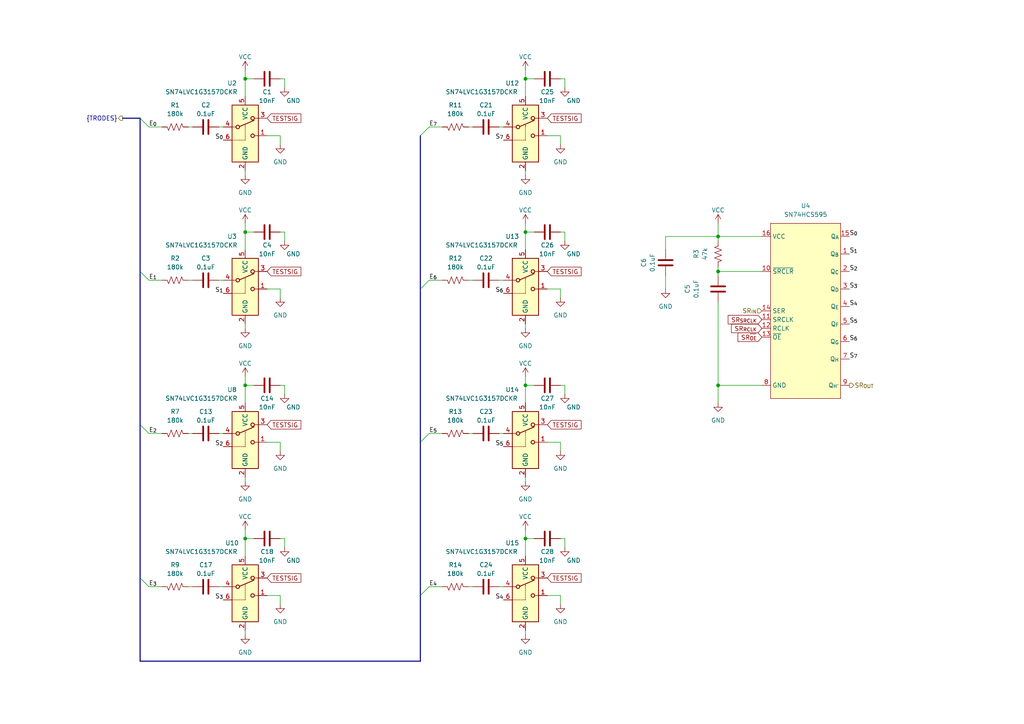
<source format=kicad_sch>
(kicad_sch (version 20230121) (generator eeschema)
  (paper "A4")
  (title_block (title "Extracellular Electrophysiology Test Board") (rev "A") (company "Open Ephys, Inc") (comment 1 "Jonathan P. Newman"))
  (junction (at 208.28 111.76))
  (junction (at 152.4 156.21))
  (junction (at 71.12 156.21))
  (junction (at 208.28 78.74))
  (junction (at 71.12 22.86))
  (junction (at 152.4 22.86))
  (junction (at 152.4 111.76))
  (junction (at 71.12 67.31))
  (junction (at 152.4 67.31))
  (junction (at 71.12 111.76))
  (junction (at 208.28 68.58))
  (bus_entry (at 121.92 83.82) (size 2.54 -2.54))
  (bus_entry (at 40.64 123.19) (size 2.54 2.54))
  (bus_entry (at 40.64 34.29) (size 2.54 2.54))
  (bus_entry (at 40.64 167.64) (size 2.54 2.54))
  (bus_entry (at 121.92 128.27) (size 2.54 -2.54))
  (bus_entry (at 121.92 172.72) (size 2.54 -2.54))
  (bus_entry (at 40.64 78.74) (size 2.54 2.54))
  (bus_entry (at 121.92 39.37) (size 2.54 -2.54))
  (wire (pts (xy 55.88 125.73) (xy 54.61 125.73)))
  (wire (pts (xy 146.05 36.83) (xy 144.78 36.83)))
  (wire (pts (xy 152.4 109.22) (xy 152.4 111.76)))
  (wire (pts (xy 152.4 95.25) (xy 152.4 93.98)))
  (bus (pts (xy 121.92 83.82) (xy 121.92 128.27)))
  (bus (pts (xy 121.92 39.37) (xy 121.92 83.82)))
  (wire (pts (xy 163.83 22.86) (xy 163.83 25.4)))
  (wire (pts (xy 152.4 67.31) (xy 152.4 72.39)))
  (wire (pts (xy 55.88 36.83) (xy 54.61 36.83)))
  (wire (pts (xy 162.56 156.21) (xy 163.83 156.21)))
  (wire (pts (xy 71.12 67.31) (xy 71.12 72.39)))
  (wire (pts (xy 208.28 68.58) (xy 208.28 69.85)))
  (wire (pts (xy 82.55 67.31) (xy 82.55 69.85)))
  (wire (pts (xy 64.77 36.83) (xy 63.5 36.83)))
  (wire (pts (xy 152.4 139.7) (xy 152.4 138.43)))
  (wire (pts (xy 208.28 78.74) (xy 220.98 78.74)))
  (wire (pts (xy 208.28 78.74) (xy 208.28 80.01)))
  (wire (pts (xy 162.56 83.82) (xy 158.75 83.82)))
  (wire (pts (xy 152.4 67.31) (xy 154.94 67.31)))
  (wire (pts (xy 43.18 81.28) (xy 46.99 81.28)))
  (wire (pts (xy 124.46 36.83) (xy 128.27 36.83)))
  (wire (pts (xy 71.12 156.21) (xy 71.12 161.29)))
  (wire (pts (xy 162.56 172.72) (xy 158.75 172.72)))
  (wire (pts (xy 81.28 67.31) (xy 82.55 67.31)))
  (wire (pts (xy 43.18 170.18) (xy 46.99 170.18)))
  (wire (pts (xy 71.12 50.8) (xy 71.12 49.53)))
  (wire (pts (xy 82.55 156.21) (xy 82.55 158.75)))
  (wire (pts (xy 64.77 81.28) (xy 63.5 81.28)))
  (wire (pts (xy 152.4 64.77) (xy 152.4 67.31)))
  (wire (pts (xy 81.28 83.82) (xy 77.47 83.82)))
  (bus (pts (xy 40.64 167.64) (xy 40.64 191.77)))
  (wire (pts (xy 82.55 22.86) (xy 82.55 25.4)))
  (wire (pts (xy 71.12 139.7) (xy 71.12 138.43)))
  (wire (pts (xy 137.16 125.73) (xy 135.89 125.73)))
  (wire (pts (xy 71.12 109.22) (xy 71.12 111.76)))
  (bus (pts (xy 121.92 128.27) (xy 121.92 172.72)))
  (wire (pts (xy 163.83 67.31) (xy 163.83 69.85)))
  (wire (pts (xy 71.12 67.31) (xy 73.66 67.31)))
  (wire (pts (xy 162.56 86.36) (xy 162.56 83.82)))
  (wire (pts (xy 162.56 128.27) (xy 158.75 128.27)))
  (wire (pts (xy 152.4 184.15) (xy 152.4 182.88)))
  (wire (pts (xy 82.55 111.76) (xy 82.55 114.3)))
  (wire (pts (xy 162.56 67.31) (xy 163.83 67.31)))
  (wire (pts (xy 152.4 111.76) (xy 152.4 116.84)))
  (wire (pts (xy 43.18 36.83) (xy 46.99 36.83)))
  (wire (pts (xy 220.98 68.58) (xy 208.28 68.58)))
  (wire (pts (xy 81.28 86.36) (xy 81.28 83.82)))
  (wire (pts (xy 162.56 22.86) (xy 163.83 22.86)))
  (wire (pts (xy 163.83 111.76) (xy 163.83 114.3)))
  (wire (pts (xy 81.28 130.81) (xy 81.28 128.27)))
  (wire (pts (xy 55.88 81.28) (xy 54.61 81.28)))
  (wire (pts (xy 71.12 95.25) (xy 71.12 93.98)))
  (wire (pts (xy 137.16 170.18) (xy 135.89 170.18)))
  (wire (pts (xy 124.46 125.73) (xy 128.27 125.73)))
  (wire (pts (xy 64.77 170.18) (xy 63.5 170.18)))
  (wire (pts (xy 81.28 41.91) (xy 81.28 39.37)))
  (wire (pts (xy 71.12 111.76) (xy 73.66 111.76)))
  (wire (pts (xy 152.4 22.86) (xy 152.4 27.94)))
  (wire (pts (xy 71.12 184.15) (xy 71.12 182.88)))
  (wire (pts (xy 81.28 175.26) (xy 81.28 172.72)))
  (wire (pts (xy 163.83 156.21) (xy 163.83 158.75)))
  (wire (pts (xy 137.16 36.83) (xy 135.89 36.83)))
  (wire (pts (xy 152.4 22.86) (xy 154.94 22.86)))
  (wire (pts (xy 71.12 20.32) (xy 71.12 22.86)))
  (wire (pts (xy 137.16 81.28) (xy 135.89 81.28)))
  (wire (pts (xy 81.28 111.76) (xy 82.55 111.76)))
  (wire (pts (xy 208.28 111.76) (xy 220.98 111.76)))
  (bus (pts (xy 40.64 78.74) (xy 40.64 123.19)))
  (wire (pts (xy 146.05 170.18) (xy 144.78 170.18)))
  (wire (pts (xy 55.88 170.18) (xy 54.61 170.18)))
  (wire (pts (xy 152.4 111.76) (xy 154.94 111.76)))
  (wire (pts (xy 43.18 125.73) (xy 46.99 125.73)))
  (wire (pts (xy 152.4 50.8) (xy 152.4 49.53)))
  (wire (pts (xy 193.04 80.01) (xy 193.04 83.82)))
  (bus (pts (xy 40.64 34.29) (xy 40.64 78.74)))
  (wire (pts (xy 81.28 22.86) (xy 82.55 22.86)))
  (wire (pts (xy 71.12 22.86) (xy 71.12 27.94)))
  (bus (pts (xy 40.64 123.19) (xy 40.64 167.64)))
  (wire (pts (xy 64.77 125.73) (xy 63.5 125.73)))
  (wire (pts (xy 152.4 156.21) (xy 152.4 161.29)))
  (wire (pts (xy 71.12 64.77) (xy 71.12 67.31)))
  (bus (pts (xy 35.56 34.29) (xy 40.64 34.29)))
  (bus (pts (xy 40.64 191.77) (xy 121.92 191.77)))
  (wire (pts (xy 193.04 68.58) (xy 193.04 72.39)))
  (wire (pts (xy 208.28 77.47) (xy 208.28 78.74)))
  (wire (pts (xy 71.12 156.21) (xy 73.66 156.21)))
  (wire (pts (xy 162.56 41.91) (xy 162.56 39.37)))
  (wire (pts (xy 208.28 87.63) (xy 208.28 111.76)))
  (wire (pts (xy 152.4 153.67) (xy 152.4 156.21)))
  (wire (pts (xy 162.56 130.81) (xy 162.56 128.27)))
  (wire (pts (xy 162.56 39.37) (xy 158.75 39.37)))
  (bus (pts (xy 121.92 172.72) (xy 121.92 191.77)))
  (wire (pts (xy 71.12 22.86) (xy 73.66 22.86)))
  (wire (pts (xy 146.05 125.73) (xy 144.78 125.73)))
  (wire (pts (xy 208.28 111.76) (xy 208.28 116.84)))
  (wire (pts (xy 71.12 111.76) (xy 71.12 116.84)))
  (wire (pts (xy 124.46 170.18) (xy 128.27 170.18)))
  (wire (pts (xy 208.28 68.58) (xy 193.04 68.58)))
  (wire (pts (xy 81.28 172.72) (xy 77.47 172.72)))
  (wire (pts (xy 71.12 153.67) (xy 71.12 156.21)))
  (wire (pts (xy 152.4 20.32) (xy 152.4 22.86)))
  (wire (pts (xy 124.46 81.28) (xy 128.27 81.28)))
  (wire (pts (xy 81.28 39.37) (xy 77.47 39.37)))
  (wire (pts (xy 81.28 156.21) (xy 82.55 156.21)))
  (wire (pts (xy 162.56 111.76) (xy 163.83 111.76)))
  (wire (pts (xy 152.4 156.21) (xy 154.94 156.21)))
  (wire (pts (xy 146.05 81.28) (xy 144.78 81.28)))
  (wire (pts (xy 162.56 175.26) (xy 162.56 172.72)))
  (wire (pts (xy 208.28 64.77) (xy 208.28 68.58)))
  (wire (pts (xy 81.28 128.27) (xy 77.47 128.27)))
  (label "S_{4}" (at 246.38 88.9 0))
  (label "S_{0}" (at 246.38 68.58 0))
  (label "E_{1}" (at 43.18 81.28 0))
  (label "E_{5}" (at 124.46 125.73 0))
  (label "E_{4}" (at 124.46 170.18 0))
  (label "S_{0}" (at 64.77 40.64 180))
  (label "S_{2}" (at 64.77 129.54 180))
  (label "S_{4}" (at 146.05 173.99 180))
  (label "S_{7}" (at 146.05 40.64 180))
  (label "E_{3}" (at 43.18 170.18 0))
  (label "S_{5}" (at 246.38 93.98 0))
  (label "S_{3}" (at 246.38 83.82 0))
  (label "E_{7}" (at 124.46 36.83 0))
  (label "E_{2}" (at 43.18 125.73 0))
  (label "S_{5}" (at 146.05 129.54 180))
  (label "E_{6}" (at 124.46 81.28 0))
  (label "S_{2}" (at 246.38 78.74 0))
  (label "S_{7}" (at 246.38 104.14 0))
  (label "S_{6}" (at 246.38 99.06 0))
  (label "S_{3}" (at 64.77 173.99 180))
  (label "S_{6}" (at 146.05 85.09 180))
  (label "S_{1}" (at 246.38 73.66 0))
  (label "E_{0}" (at 43.18 36.83 0))
  (label "S_{1}" (at 64.77 85.09 180))
  (global_label "TESTSIG" (shape input) (at 158.75 123.19 0) (property "Intersheetrefs" "${INTERSHEET_REFS}" (effects hide)))
  (global_label "TESTSIG" (shape input) (at 77.47 167.64 0) (property "Intersheetrefs" "${INTERSHEET_REFS}" (effects hide)))
  (global_label "TESTSIG" (shape input) (at 77.47 78.74 0) (property "Intersheetrefs" "${INTERSHEET_REFS}" (effects hide)))
  (global_label "SR_{SRCLK}" (shape input) (at 220.98 92.71 180) (property "Intersheetrefs" "${INTERSHEET_REFS}" (effects hide)))
  (global_label "TESTSIG" (shape input) (at 77.47 123.19 0) (property "Intersheetrefs" "${INTERSHEET_REFS}" (effects hide)))
  (global_label "TESTSIG" (shape input) (at 158.75 78.74 0) (property "Intersheetrefs" "${INTERSHEET_REFS}" (effects hide)))
  (global_label "TESTSIG" (shape input) (at 158.75 167.64 0) (property "Intersheetrefs" "${INTERSHEET_REFS}" (effects hide)))
  (global_label "SR_{~{OE}}" (shape input) (at 220.98 97.79 180) (property "Intersheetrefs" "${INTERSHEET_REFS}" (effects hide)))
  (global_label "TESTSIG" (shape input) (at 158.75 34.29 0) (property "Intersheetrefs" "${INTERSHEET_REFS}" (effects hide)))
  (global_label "TESTSIG" (shape input) (at 77.47 34.29 0) (property "Intersheetrefs" "${INTERSHEET_REFS}" (effects hide)))
  (global_label "SR_{RCLK}" (shape input) (at 220.98 95.25 180) (property "Intersheetrefs" "${INTERSHEET_REFS}" (effects hide)))
  (hierarchical_label "SR_{IN}" (shape input) (at 220.98 90.17 180))
  (hierarchical_label "{TRODES}" (shape output) (at 35.56 34.29 180))
  (hierarchical_label "SR_{OUT}" (shape output) (at 246.38 111.76 0))
  (symbol (lib_id "power:VCC") (at 152.4 109.22 0) (mirror y) (unit 1)
    (property "Reference" "#PWR043" (effects hide))
    (property "Value" "VCC" (at 152.4 105.41 0))
    (instances (project "singal-path-test-board" (path "" (reference "#PWR043") (unit 1)) (path "" (reference "#PWR056") (unit 1)) (path "" (reference "#PWR091") (unit 1)) (path "" (reference "#PWR0126") (unit 1)) (path "" (reference "#PWR0161") (unit 1)) (path "" (reference "#PWR0196") (unit 1)) (path "" (reference "#PWR0231") (unit 1)) (path "" (reference "#PWR0266") (unit 1)) (path "" (reference "#PWR0301") (unit 1)) (path "" (reference "#PWR0336") (unit 1)) (path "" (reference "#PWR0371") (unit 1)) (path "" (reference "#PWR0406") (unit 1)) (path "" (reference "#PWR0441") (unit 1)) (path "" (reference "#PWR0476") (unit 1)) (path "" (reference "#PWR0511") (unit 1)) (path "" (reference "#PWR0546") (unit 1))))
  )
  (symbol (lib_id "power:VCC") (at 71.12 153.67 0) (mirror y) (unit 1)
    (property "Reference" "#PWR031" (effects hide))
    (property "Value" "VCC" (at 71.12 149.86 0))
    (instances (project "singal-path-test-board" (path "" (reference "#PWR031") (unit 1)) (path "" (reference "#PWR018") (unit 1)) (path "" (reference "#PWR077") (unit 1)) (path "" (reference "#PWR0112") (unit 1)) (path "" (reference "#PWR0147") (unit 1)) (path "" (reference "#PWR0182") (unit 1)) (path "" (reference "#PWR0217") (unit 1)) (path "" (reference "#PWR0252") (unit 1)) (path "" (reference "#PWR0287") (unit 1)) (path "" (reference "#PWR0322") (unit 1)) (path "" (reference "#PWR0357") (unit 1)) (path "" (reference "#PWR0392") (unit 1)) (path "" (reference "#PWR0427") (unit 1)) (path "" (reference "#PWR0462") (unit 1)) (path "" (reference "#PWR0497") (unit 1)) (path "" (reference "#PWR0532") (unit 1))))
  )
  (symbol (lib_id "Device:R_US") (at 132.08 125.73 270) (mirror x) (unit 1)
    (property "Reference" "R13" (at 132.08 119.38 90))
    (property "Value" "180k" (at 132.08 121.92 90))
    (instances (project "singal-path-test-board" (path "" (reference "R13") (unit 1)) (path "" (reference "R16") (unit 1)) (path "" (reference "R25") (unit 1)) (path "" (reference "R34") (unit 1)) (path "" (reference "R43") (unit 1)) (path "" (reference "R52") (unit 1)) (path "" (reference "R61") (unit 1)) (path "" (reference "R70") (unit 1)) (path "" (reference "R79") (unit 1)) (path "" (reference "R88") (unit 1)) (path "" (reference "R97") (unit 1)) (path "" (reference "R106") (unit 1)) (path "" (reference "R115") (unit 1)) (path "" (reference "R124") (unit 1)) (path "" (reference "R133") (unit 1)) (path "" (reference "R142") (unit 1))))
  )
  (symbol (lib_id "power:GND") (at 208.28 116.84 0) (mirror y) (unit 1)
    (property "Reference" "#PWR09" (effects hide))
    (property "Value" "GND" (at 208.28 121.92 0))
    (instances (project "singal-path-test-board" (path "" (reference "#PWR09") (unit 1)) (path "" (reference "#PWR070") (unit 1)) (path "" (reference "#PWR0105") (unit 1)) (path "" (reference "#PWR0140") (unit 1)) (path "" (reference "#PWR0175") (unit 1)) (path "" (reference "#PWR0210") (unit 1)) (path "" (reference "#PWR0245") (unit 1)) (path "" (reference "#PWR0280") (unit 1)) (path "" (reference "#PWR0315") (unit 1)) (path "" (reference "#PWR0350") (unit 1)) (path "" (reference "#PWR0385") (unit 1)) (path "" (reference "#PWR0420") (unit 1)) (path "" (reference "#PWR0455") (unit 1)) (path "" (reference "#PWR0490") (unit 1)) (path "" (reference "#PWR0525") (unit 1)) (path "" (reference "#PWR0560") (unit 1))))
  )
  (symbol (lib_id "power:GND") (at 81.28 41.91 0) (mirror y) (unit 1)
    (property "Reference" "#PWR01" (effects hide))
    (property "Value" "GND" (at 81.28 46.99 0))
    (instances (project "singal-path-test-board" (path "" (reference "#PWR01") (unit 1)) (path "" (reference "#PWR020") (unit 1)) (path "" (reference "#PWR079") (unit 1)) (path "" (reference "#PWR0114") (unit 1)) (path "" (reference "#PWR0149") (unit 1)) (path "" (reference "#PWR0184") (unit 1)) (path "" (reference "#PWR0219") (unit 1)) (path "" (reference "#PWR0254") (unit 1)) (path "" (reference "#PWR0289") (unit 1)) (path "" (reference "#PWR0324") (unit 1)) (path "" (reference "#PWR0359") (unit 1)) (path "" (reference "#PWR0394") (unit 1)) (path "" (reference "#PWR0429") (unit 1)) (path "" (reference "#PWR0464") (unit 1)) (path "" (reference "#PWR0499") (unit 1)) (path "" (reference "#PWR0534") (unit 1))))
  )
  (symbol (lib_id "open-ephys:SN74LVC1G3157DCKR") (at 152.4 127 0) (unit 1)
    (property "Reference" "U14" (at 148.59 113.03 0))
    (property "Value" "SN74LVC1G3157DCKR" (at 139.7 115.57 0))
    (property "Footprint" "Package_TO_SOT_SMD:SOT-363_SC-70-6" (effects hide))
    (property "Datasheet" "https://www.ti.com/lit/ds/symlink/sn74lvc1g3157.pdf?HQS=dis-dk-null-digikeymode-dsf-pf-null-wwe&ts=1702261952416&ref_url=https%253A%252F%252Fwww.ti.com%252Fgeneral%252Fdocs%252Fsuppproductinfo.tsp%253FdistId%253D10%2526gotoUrl%253Dhttps%253A%252F%252Fwww.ti.com%252Flit%252Fgpn%252Fsn74lvc1g3157" (effects hide))
    (instances (project "singal-path-test-board" (path "" (reference "U14") (unit 1)) (path "" (reference "U17") (unit 1)) (path "" (reference "U26") (unit 1)) (path "" (reference "U35") (unit 1)) (path "" (reference "U44") (unit 1)) (path "" (reference "U53") (unit 1)) (path "" (reference "U62") (unit 1)) (path "" (reference "U71") (unit 1)) (path "" (reference "U80") (unit 1)) (path "" (reference "U89") (unit 1)) (path "" (reference "U98") (unit 1)) (path "" (reference "U107") (unit 1)) (path "" (reference "U116") (unit 1)) (path "" (reference "U125") (unit 1)) (path "" (reference "U134") (unit 1)) (path "" (reference "U143") (unit 1))))
  )
  (symbol (lib_id "Device:C") (at 77.47 22.86 90) (unit 1)
    (property "Reference" "C1" (at 77.47 26.67 90))
    (property "Value" "10nF" (at 77.47 29.21 90))
    (property "Footprint" "Capacitor_SMD:C_0402_1005Metric" (effects hide))
    (instances (project "singal-path-test-board" (path "" (reference "C1") (unit 1)) (path "" (reference "C11") (unit 1)) (path "" (reference "C41") (unit 1)) (path "" (reference "C59") (unit 1)) (path "" (reference "C77") (unit 1)) (path "" (reference "C95") (unit 1)) (path "" (reference "C113") (unit 1)) (path "" (reference "C131") (unit 1)) (path "" (reference "C149") (unit 1)) (path "" (reference "C167") (unit 1)) (path "" (reference "C185") (unit 1)) (path "" (reference "C203") (unit 1)) (path "" (reference "C221") (unit 1)) (path "" (reference "C239") (unit 1)) (path "" (reference "C257") (unit 1)) (path "" (reference "C275") (unit 1))))
  )
  (symbol (lib_id "Device:C") (at 140.97 81.28 270) (mirror x) (unit 1)
    (property "Reference" "C22" (at 140.97 74.93 90))
    (property "Value" "0.1uF" (at 140.97 77.47 90))
    (property "Footprint" "Capacitor_SMD:C_0402_1005Metric" (effects hide))
    (instances (project "singal-path-test-board" (path "" (reference "C22") (unit 1)) (path "" (reference "C20") (unit 1)) (path "" (reference "C46") (unit 1)) (path "" (reference "C64") (unit 1)) (path "" (reference "C82") (unit 1)) (path "" (reference "C100") (unit 1)) (path "" (reference "C118") (unit 1)) (path "" (reference "C136") (unit 1)) (path "" (reference "C154") (unit 1)) (path "" (reference "C172") (unit 1)) (path "" (reference "C190") (unit 1)) (path "" (reference "C208") (unit 1)) (path "" (reference "C226") (unit 1)) (path "" (reference "C244") (unit 1)) (path "" (reference "C262") (unit 1)) (path "" (reference "C280") (unit 1))))
  )
  (symbol (lib_id "power:VCC") (at 152.4 153.67 0) (mirror y) (unit 1)
    (property "Reference" "#PWR045" (effects hide))
    (property "Value" "VCC" (at 152.4 149.86 0))
    (instances (project "singal-path-test-board" (path "" (reference "#PWR045") (unit 1)) (path "" (reference "#PWR058") (unit 1)) (path "" (reference "#PWR093") (unit 1)) (path "" (reference "#PWR0128") (unit 1)) (path "" (reference "#PWR0163") (unit 1)) (path "" (reference "#PWR0198") (unit 1)) (path "" (reference "#PWR0233") (unit 1)) (path "" (reference "#PWR0268") (unit 1)) (path "" (reference "#PWR0303") (unit 1)) (path "" (reference "#PWR0338") (unit 1)) (path "" (reference "#PWR0373") (unit 1)) (path "" (reference "#PWR0408") (unit 1)) (path "" (reference "#PWR0443") (unit 1)) (path "" (reference "#PWR0478") (unit 1)) (path "" (reference "#PWR0513") (unit 1)) (path "" (reference "#PWR0548") (unit 1))))
  )
  (symbol (lib_id "Device:C") (at 193.04 76.2 0) (mirror y) (unit 1)
    (property "Reference" "C6" (at 186.69 76.2 90))
    (property "Value" "0.1uF" (at 189.23 76.2 90))
    (property "Footprint" "Capacitor_SMD:C_0402_1005Metric" (effects hide))
    (instances (project "singal-path-test-board" (path "" (reference "C6") (unit 1)) (path "" (reference "C35") (unit 1)) (path "" (reference "C53") (unit 1)) (path "" (reference "C71") (unit 1)) (path "" (reference "C89") (unit 1)) (path "" (reference "C107") (unit 1)) (path "" (reference "C125") (unit 1)) (path "" (reference "C143") (unit 1)) (path "" (reference "C161") (unit 1)) (path "" (reference "C179") (unit 1)) (path "" (reference "C197") (unit 1)) (path "" (reference "C215") (unit 1)) (path "" (reference "C233") (unit 1)) (path "" (reference "C251") (unit 1)) (path "" (reference "C269") (unit 1)) (path "" (reference "C287") (unit 1))))
  )
  (symbol (lib_id "Device:C") (at 77.47 111.76 90) (unit 1)
    (property "Reference" "C14" (at 77.47 115.57 90))
    (property "Value" "10nF" (at 77.47 118.11 90))
    (property "Footprint" "Capacitor_SMD:C_0402_1005Metric" (effects hide))
    (instances (project "singal-path-test-board" (path "" (reference "C14") (unit 1)) (path "" (reference "C15") (unit 1)) (path "" (reference "C43") (unit 1)) (path "" (reference "C61") (unit 1)) (path "" (reference "C79") (unit 1)) (path "" (reference "C97") (unit 1)) (path "" (reference "C115") (unit 1)) (path "" (reference "C133") (unit 1)) (path "" (reference "C151") (unit 1)) (path "" (reference "C169") (unit 1)) (path "" (reference "C187") (unit 1)) (path "" (reference "C205") (unit 1)) (path "" (reference "C223") (unit 1)) (path "" (reference "C241") (unit 1)) (path "" (reference "C259") (unit 1)) (path "" (reference "C277") (unit 1))))
  )
  (symbol (lib_id "power:GND") (at 162.56 41.91 0) (mirror y) (unit 1)
    (property "Reference" "#PWR047" (effects hide))
    (property "Value" "GND" (at 162.56 46.99 0))
    (instances (project "singal-path-test-board" (path "" (reference "#PWR047") (unit 1)) (path "" (reference "#PWR060") (unit 1)) (path "" (reference "#PWR095") (unit 1)) (path "" (reference "#PWR0130") (unit 1)) (path "" (reference "#PWR0165") (unit 1)) (path "" (reference "#PWR0200") (unit 1)) (path "" (reference "#PWR0235") (unit 1)) (path "" (reference "#PWR0270") (unit 1)) (path "" (reference "#PWR0305") (unit 1)) (path "" (reference "#PWR0340") (unit 1)) (path "" (reference "#PWR0375") (unit 1)) (path "" (reference "#PWR0410") (unit 1)) (path "" (reference "#PWR0445") (unit 1)) (path "" (reference "#PWR0480") (unit 1)) (path "" (reference "#PWR0515") (unit 1)) (path "" (reference "#PWR0550") (unit 1))))
  )
  (symbol (lib_id "power:GND") (at 193.04 83.82 0) (mirror y) (unit 1)
    (property "Reference" "#PWR011" (effects hide))
    (property "Value" "GND" (at 193.04 88.9 0))
    (instances (project "singal-path-test-board" (path "" (reference "#PWR011") (unit 1)) (path "" (reference "#PWR068") (unit 1)) (path "" (reference "#PWR0103") (unit 1)) (path "" (reference "#PWR0138") (unit 1)) (path "" (reference "#PWR0173") (unit 1)) (path "" (reference "#PWR0208") (unit 1)) (path "" (reference "#PWR0243") (unit 1)) (path "" (reference "#PWR0278") (unit 1)) (path "" (reference "#PWR0313") (unit 1)) (path "" (reference "#PWR0348") (unit 1)) (path "" (reference "#PWR0383") (unit 1)) (path "" (reference "#PWR0418") (unit 1)) (path "" (reference "#PWR0453") (unit 1)) (path "" (reference "#PWR0488") (unit 1)) (path "" (reference "#PWR0523") (unit 1)) (path "" (reference "#PWR0558") (unit 1))))
  )
  (symbol (lib_id "power:VCC") (at 152.4 64.77 0) (mirror y) (unit 1)
    (property "Reference" "#PWR041" (effects hide))
    (property "Value" "VCC" (at 152.4 60.96 0))
    (instances (project "singal-path-test-board" (path "" (reference "#PWR041") (unit 1)) (path "" (reference "#PWR038") (unit 1)) (path "" (reference "#PWR089") (unit 1)) (path "" (reference "#PWR0124") (unit 1)) (path "" (reference "#PWR0159") (unit 1)) (path "" (reference "#PWR0194") (unit 1)) (path "" (reference "#PWR0229") (unit 1)) (path "" (reference "#PWR0264") (unit 1)) (path "" (reference "#PWR0299") (unit 1)) (path "" (reference "#PWR0334") (unit 1)) (path "" (reference "#PWR0369") (unit 1)) (path "" (reference "#PWR0404") (unit 1)) (path "" (reference "#PWR0439") (unit 1)) (path "" (reference "#PWR0474") (unit 1)) (path "" (reference "#PWR0509") (unit 1)) (path "" (reference "#PWR0544") (unit 1))))
  )
  (symbol (lib_id "power:GND") (at 82.55 25.4 0) (mirror y) (unit 1)
    (property "Reference" "#PWR03" (effects hide))
    (property "Value" "GND" (at 85.09 29.21 0))
    (instances (project "singal-path-test-board" (path "" (reference "#PWR03") (unit 1)) (path "" (reference "#PWR028") (unit 1)) (path "" (reference "#PWR083") (unit 1)) (path "" (reference "#PWR0118") (unit 1)) (path "" (reference "#PWR0153") (unit 1)) (path "" (reference "#PWR0188") (unit 1)) (path "" (reference "#PWR0223") (unit 1)) (path "" (reference "#PWR0258") (unit 1)) (path "" (reference "#PWR0293") (unit 1)) (path "" (reference "#PWR0328") (unit 1)) (path "" (reference "#PWR0363") (unit 1)) (path "" (reference "#PWR0398") (unit 1)) (path "" (reference "#PWR0433") (unit 1)) (path "" (reference "#PWR0468") (unit 1)) (path "" (reference "#PWR0503") (unit 1)) (path "" (reference "#PWR0538") (unit 1))))
  )
  (symbol (lib_id "power:GND") (at 152.4 184.15 0) (mirror y) (unit 1)
    (property "Reference" "#PWR046" (effects hide))
    (property "Value" "GND" (at 152.4 189.23 0))
    (instances (project "singal-path-test-board" (path "" (reference "#PWR046") (unit 1)) (path "" (reference "#PWR059") (unit 1)) (path "" (reference "#PWR094") (unit 1)) (path "" (reference "#PWR0129") (unit 1)) (path "" (reference "#PWR0164") (unit 1)) (path "" (reference "#PWR0199") (unit 1)) (path "" (reference "#PWR0234") (unit 1)) (path "" (reference "#PWR0269") (unit 1)) (path "" (reference "#PWR0304") (unit 1)) (path "" (reference "#PWR0339") (unit 1)) (path "" (reference "#PWR0374") (unit 1)) (path "" (reference "#PWR0409") (unit 1)) (path "" (reference "#PWR0444") (unit 1)) (path "" (reference "#PWR0479") (unit 1)) (path "" (reference "#PWR0514") (unit 1)) (path "" (reference "#PWR0549") (unit 1))))
  )
  (symbol (lib_id "power:GND") (at 162.56 175.26 0) (mirror y) (unit 1)
    (property "Reference" "#PWR050" (effects hide))
    (property "Value" "GND" (at 162.56 180.34 0))
    (instances (project "singal-path-test-board" (path "" (reference "#PWR050") (unit 1)) (path "" (reference "#PWR063") (unit 1)) (path "" (reference "#PWR098") (unit 1)) (path "" (reference "#PWR0133") (unit 1)) (path "" (reference "#PWR0168") (unit 1)) (path "" (reference "#PWR0203") (unit 1)) (path "" (reference "#PWR0238") (unit 1)) (path "" (reference "#PWR0273") (unit 1)) (path "" (reference "#PWR0308") (unit 1)) (path "" (reference "#PWR0343") (unit 1)) (path "" (reference "#PWR0378") (unit 1)) (path "" (reference "#PWR0413") (unit 1)) (path "" (reference "#PWR0448") (unit 1)) (path "" (reference "#PWR0483") (unit 1)) (path "" (reference "#PWR0518") (unit 1)) (path "" (reference "#PWR0553") (unit 1))))
  )
  (symbol (lib_id "Device:C") (at 59.69 125.73 270) (mirror x) (unit 1)
    (property "Reference" "C13" (at 59.69 119.38 90))
    (property "Value" "0.1uF" (at 59.69 121.92 90))
    (property "Footprint" "Capacitor_SMD:C_0402_1005Metric" (effects hide))
    (instances (project "singal-path-test-board" (path "" (reference "C13") (unit 1)) (path "" (reference "C9") (unit 1)) (path "" (reference "C39") (unit 1)) (path "" (reference "C57") (unit 1)) (path "" (reference "C75") (unit 1)) (path "" (reference "C93") (unit 1)) (path "" (reference "C111") (unit 1)) (path "" (reference "C129") (unit 1)) (path "" (reference "C147") (unit 1)) (path "" (reference "C165") (unit 1)) (path "" (reference "C183") (unit 1)) (path "" (reference "C201") (unit 1)) (path "" (reference "C219") (unit 1)) (path "" (reference "C237") (unit 1)) (path "" (reference "C255") (unit 1)) (path "" (reference "C273") (unit 1))))
  )
  (symbol (lib_id "Device:C") (at 59.69 170.18 270) (mirror x) (unit 1)
    (property "Reference" "C17" (at 59.69 163.83 90))
    (property "Value" "0.1uF" (at 59.69 166.37 90))
    (property "Footprint" "Capacitor_SMD:C_0402_1005Metric" (effects hide))
    (instances (project "singal-path-test-board" (path "" (reference "C17") (unit 1)) (path "" (reference "C10") (unit 1)) (path "" (reference "C40") (unit 1)) (path "" (reference "C58") (unit 1)) (path "" (reference "C76") (unit 1)) (path "" (reference "C94") (unit 1)) (path "" (reference "C112") (unit 1)) (path "" (reference "C130") (unit 1)) (path "" (reference "C148") (unit 1)) (path "" (reference "C166") (unit 1)) (path "" (reference "C184") (unit 1)) (path "" (reference "C202") (unit 1)) (path "" (reference "C220") (unit 1)) (path "" (reference "C238") (unit 1)) (path "" (reference "C256") (unit 1)) (path "" (reference "C274") (unit 1))))
  )
  (symbol (lib_id "power:GND") (at 71.12 184.15 0) (mirror y) (unit 1)
    (property "Reference" "#PWR032" (effects hide))
    (property "Value" "GND" (at 71.12 189.23 0))
    (instances (project "singal-path-test-board" (path "" (reference "#PWR032") (unit 1)) (path "" (reference "#PWR019") (unit 1)) (path "" (reference "#PWR078") (unit 1)) (path "" (reference "#PWR0113") (unit 1)) (path "" (reference "#PWR0148") (unit 1)) (path "" (reference "#PWR0183") (unit 1)) (path "" (reference "#PWR0218") (unit 1)) (path "" (reference "#PWR0253") (unit 1)) (path "" (reference "#PWR0288") (unit 1)) (path "" (reference "#PWR0323") (unit 1)) (path "" (reference "#PWR0358") (unit 1)) (path "" (reference "#PWR0393") (unit 1)) (path "" (reference "#PWR0428") (unit 1)) (path "" (reference "#PWR0463") (unit 1)) (path "" (reference "#PWR0498") (unit 1)) (path "" (reference "#PWR0533") (unit 1))))
  )
  (symbol (lib_id "Device:C") (at 158.75 22.86 90) (unit 1)
    (property "Reference" "C25" (at 158.75 26.67 90))
    (property "Value" "10nF" (at 158.75 29.21 90))
    (property "Footprint" "Capacitor_SMD:C_0402_1005Metric" (effects hide))
    (instances (project "singal-path-test-board" (path "" (reference "C25") (unit 1)) (path "" (reference "C31") (unit 1)) (path "" (reference "C49") (unit 1)) (path "" (reference "C67") (unit 1)) (path "" (reference "C85") (unit 1)) (path "" (reference "C103") (unit 1)) (path "" (reference "C121") (unit 1)) (path "" (reference "C139") (unit 1)) (path "" (reference "C157") (unit 1)) (path "" (reference "C175") (unit 1)) (path "" (reference "C193") (unit 1)) (path "" (reference "C211") (unit 1)) (path "" (reference "C229") (unit 1)) (path "" (reference "C247") (unit 1)) (path "" (reference "C265") (unit 1)) (path "" (reference "C283") (unit 1))))
  )
  (symbol (lib_id "power:GND") (at 162.56 86.36 0) (mirror y) (unit 1)
    (property "Reference" "#PWR048" (effects hide))
    (property "Value" "GND" (at 162.56 91.44 0))
    (instances (project "singal-path-test-board" (path "" (reference "#PWR048") (unit 1)) (path "" (reference "#PWR061") (unit 1)) (path "" (reference "#PWR096") (unit 1)) (path "" (reference "#PWR0131") (unit 1)) (path "" (reference "#PWR0166") (unit 1)) (path "" (reference "#PWR0201") (unit 1)) (path "" (reference "#PWR0236") (unit 1)) (path "" (reference "#PWR0271") (unit 1)) (path "" (reference "#PWR0306") (unit 1)) (path "" (reference "#PWR0341") (unit 1)) (path "" (reference "#PWR0376") (unit 1)) (path "" (reference "#PWR0411") (unit 1)) (path "" (reference "#PWR0446") (unit 1)) (path "" (reference "#PWR0481") (unit 1)) (path "" (reference "#PWR0516") (unit 1)) (path "" (reference "#PWR0551") (unit 1))))
  )
  (symbol (lib_id "Device:R_US") (at 50.8 125.73 270) (mirror x) (unit 1)
    (property "Reference" "R7" (at 50.8 119.38 90))
    (property "Value" "180k" (at 50.8 121.92 90))
    (instances (project "singal-path-test-board" (path "" (reference "R7") (unit 1)) (path "" (reference "R6") (unit 1)) (path "" (reference "R21") (unit 1)) (path "" (reference "R30") (unit 1)) (path "" (reference "R39") (unit 1)) (path "" (reference "R48") (unit 1)) (path "" (reference "R57") (unit 1)) (path "" (reference "R66") (unit 1)) (path "" (reference "R75") (unit 1)) (path "" (reference "R84") (unit 1)) (path "" (reference "R93") (unit 1)) (path "" (reference "R102") (unit 1)) (path "" (reference "R111") (unit 1)) (path "" (reference "R120") (unit 1)) (path "" (reference "R129") (unit 1)) (path "" (reference "R138") (unit 1))))
  )
  (symbol (lib_id "power:GND") (at 71.12 50.8 0) (mirror y) (unit 1)
    (property "Reference" "#PWR02" (effects hide))
    (property "Value" "GND" (at 71.12 55.88 0))
    (instances (project "singal-path-test-board" (path "" (reference "#PWR02") (unit 1)) (path "" (reference "#PWR013") (unit 1)) (path "" (reference "#PWR072") (unit 1)) (path "" (reference "#PWR0107") (unit 1)) (path "" (reference "#PWR0142") (unit 1)) (path "" (reference "#PWR0177") (unit 1)) (path "" (reference "#PWR0212") (unit 1)) (path "" (reference "#PWR0247") (unit 1)) (path "" (reference "#PWR0282") (unit 1)) (path "" (reference "#PWR0317") (unit 1)) (path "" (reference "#PWR0352") (unit 1)) (path "" (reference "#PWR0387") (unit 1)) (path "" (reference "#PWR0422") (unit 1)) (path "" (reference "#PWR0457") (unit 1)) (path "" (reference "#PWR0492") (unit 1)) (path "" (reference "#PWR0527") (unit 1))))
  )
  (symbol (lib_id "Device:C") (at 59.69 36.83 270) (mirror x) (unit 1)
    (property "Reference" "C2" (at 59.69 30.48 90))
    (property "Value" "0.1uF" (at 59.69 33.02 90))
    (property "Footprint" "Capacitor_SMD:C_0402_1005Metric" (effects hide))
    (instances (project "singal-path-test-board" (path "" (reference "C2") (unit 1)) (path "" (reference "C7") (unit 1)) (path "" (reference "C37") (unit 1)) (path "" (reference "C55") (unit 1)) (path "" (reference "C73") (unit 1)) (path "" (reference "C91") (unit 1)) (path "" (reference "C109") (unit 1)) (path "" (reference "C127") (unit 1)) (path "" (reference "C145") (unit 1)) (path "" (reference "C163") (unit 1)) (path "" (reference "C181") (unit 1)) (path "" (reference "C199") (unit 1)) (path "" (reference "C217") (unit 1)) (path "" (reference "C235") (unit 1)) (path "" (reference "C253") (unit 1)) (path "" (reference "C271") (unit 1))))
  )
  (symbol (lib_id "power:GND") (at 152.4 50.8 0) (mirror y) (unit 1)
    (property "Reference" "#PWR040" (effects hide))
    (property "Value" "GND" (at 152.4 55.88 0))
    (instances (project "singal-path-test-board" (path "" (reference "#PWR040") (unit 1)) (path "" (reference "#PWR037") (unit 1)) (path "" (reference "#PWR088") (unit 1)) (path "" (reference "#PWR0123") (unit 1)) (path "" (reference "#PWR0158") (unit 1)) (path "" (reference "#PWR0193") (unit 1)) (path "" (reference "#PWR0228") (unit 1)) (path "" (reference "#PWR0263") (unit 1)) (path "" (reference "#PWR0298") (unit 1)) (path "" (reference "#PWR0333") (unit 1)) (path "" (reference "#PWR0368") (unit 1)) (path "" (reference "#PWR0403") (unit 1)) (path "" (reference "#PWR0438") (unit 1)) (path "" (reference "#PWR0473") (unit 1)) (path "" (reference "#PWR0508") (unit 1)) (path "" (reference "#PWR0543") (unit 1))))
  )
  (symbol (lib_id "power:GND") (at 81.28 130.81 0) (mirror y) (unit 1)
    (property "Reference" "#PWR025" (effects hide))
    (property "Value" "GND" (at 81.28 135.89 0))
    (instances (project "singal-path-test-board" (path "" (reference "#PWR025") (unit 1)) (path "" (reference "#PWR022") (unit 1)) (path "" (reference "#PWR081") (unit 1)) (path "" (reference "#PWR0116") (unit 1)) (path "" (reference "#PWR0151") (unit 1)) (path "" (reference "#PWR0186") (unit 1)) (path "" (reference "#PWR0221") (unit 1)) (path "" (reference "#PWR0256") (unit 1)) (path "" (reference "#PWR0291") (unit 1)) (path "" (reference "#PWR0326") (unit 1)) (path "" (reference "#PWR0361") (unit 1)) (path "" (reference "#PWR0396") (unit 1)) (path "" (reference "#PWR0431") (unit 1)) (path "" (reference "#PWR0466") (unit 1)) (path "" (reference "#PWR0501") (unit 1)) (path "" (reference "#PWR0536") (unit 1))))
  )
  (symbol (lib_id "Device:R_US") (at 132.08 81.28 270) (mirror x) (unit 1)
    (property "Reference" "R12" (at 132.08 74.93 90))
    (property "Value" "180k" (at 132.08 77.47 90))
    (instances (project "singal-path-test-board" (path "" (reference "R12") (unit 1)) (path "" (reference "R15") (unit 1)) (path "" (reference "R24") (unit 1)) (path "" (reference "R33") (unit 1)) (path "" (reference "R42") (unit 1)) (path "" (reference "R51") (unit 1)) (path "" (reference "R60") (unit 1)) (path "" (reference "R69") (unit 1)) (path "" (reference "R78") (unit 1)) (path "" (reference "R87") (unit 1)) (path "" (reference "R96") (unit 1)) (path "" (reference "R105") (unit 1)) (path "" (reference "R114") (unit 1)) (path "" (reference "R123") (unit 1)) (path "" (reference "R132") (unit 1)) (path "" (reference "R141") (unit 1))))
  )
  (symbol (lib_id "power:VCC") (at 71.12 109.22 0) (mirror y) (unit 1)
    (property "Reference" "#PWR023" (effects hide))
    (property "Value" "VCC" (at 71.12 105.41 0))
    (instances (project "singal-path-test-board" (path "" (reference "#PWR023") (unit 1)) (path "" (reference "#PWR016") (unit 1)) (path "" (reference "#PWR075") (unit 1)) (path "" (reference "#PWR0110") (unit 1)) (path "" (reference "#PWR0145") (unit 1)) (path "" (reference "#PWR0180") (unit 1)) (path "" (reference "#PWR0215") (unit 1)) (path "" (reference "#PWR0250") (unit 1)) (path "" (reference "#PWR0285") (unit 1)) (path "" (reference "#PWR0320") (unit 1)) (path "" (reference "#PWR0355") (unit 1)) (path "" (reference "#PWR0390") (unit 1)) (path "" (reference "#PWR0425") (unit 1)) (path "" (reference "#PWR0460") (unit 1)) (path "" (reference "#PWR0495") (unit 1)) (path "" (reference "#PWR0530") (unit 1))))
  )
  (symbol (lib_id "open-ephys:SN74HCS595") (at 233.68 90.17 0) (unit 1)
    (property "Reference" "U4" (at 233.68 59.69 0))
    (property "Value" "SN74HCS595" (at 233.68 62.23 0))
    (property "Footprint" "Package_SO:TSSOP-16_4.4x5mm_P0.65mm" (effects hide))
    (property "Datasheet" "https://www.ti.com/lit/ds/symlink/sn74hcs595.pdf" (effects hide))
    (instances (project "singal-path-test-board" (path "" (reference "U4") (unit 1)) (path "" (reference "U19") (unit 1)) (path "" (reference "U28") (unit 1)) (path "" (reference "U37") (unit 1)) (path "" (reference "U46") (unit 1)) (path "" (reference "U55") (unit 1)) (path "" (reference "U64") (unit 1)) (path "" (reference "U73") (unit 1)) (path "" (reference "U82") (unit 1)) (path "" (reference "U91") (unit 1)) (path "" (reference "U100") (unit 1)) (path "" (reference "U109") (unit 1)) (path "" (reference "U118") (unit 1)) (path "" (reference "U127") (unit 1)) (path "" (reference "U136") (unit 1)) (path "" (reference "U145") (unit 1))))
  )
  (symbol (lib_id "Device:C") (at 158.75 111.76 90) (unit 1)
    (property "Reference" "C27" (at 158.75 115.57 90))
    (property "Value" "10nF" (at 158.75 118.11 90))
    (property "Footprint" "Capacitor_SMD:C_0402_1005Metric" (effects hide))
    (instances (project "singal-path-test-board" (path "" (reference "C27") (unit 1)) (path "" (reference "C33") (unit 1)) (path "" (reference "C51") (unit 1)) (path "" (reference "C69") (unit 1)) (path "" (reference "C87") (unit 1)) (path "" (reference "C105") (unit 1)) (path "" (reference "C123") (unit 1)) (path "" (reference "C141") (unit 1)) (path "" (reference "C159") (unit 1)) (path "" (reference "C177") (unit 1)) (path "" (reference "C195") (unit 1)) (path "" (reference "C213") (unit 1)) (path "" (reference "C231") (unit 1)) (path "" (reference "C249") (unit 1)) (path "" (reference "C267") (unit 1)) (path "" (reference "C285") (unit 1))))
  )
  (symbol (lib_id "Device:C") (at 77.47 67.31 90) (unit 1)
    (property "Reference" "C4" (at 77.47 71.12 90))
    (property "Value" "10nF" (at 77.47 73.66 90))
    (property "Footprint" "Capacitor_SMD:C_0402_1005Metric" (effects hide))
    (instances (project "singal-path-test-board" (path "" (reference "C4") (unit 1)) (path "" (reference "C12") (unit 1)) (path "" (reference "C42") (unit 1)) (path "" (reference "C60") (unit 1)) (path "" (reference "C78") (unit 1)) (path "" (reference "C96") (unit 1)) (path "" (reference "C114") (unit 1)) (path "" (reference "C132") (unit 1)) (path "" (reference "C150") (unit 1)) (path "" (reference "C168") (unit 1)) (path "" (reference "C186") (unit 1)) (path "" (reference "C204") (unit 1)) (path "" (reference "C222") (unit 1)) (path "" (reference "C240") (unit 1)) (path "" (reference "C258") (unit 1)) (path "" (reference "C276") (unit 1))))
  )
  (symbol (lib_id "power:GND") (at 152.4 139.7 0) (mirror y) (unit 1)
    (property "Reference" "#PWR044" (effects hide))
    (property "Value" "GND" (at 152.4 144.78 0))
    (instances (project "singal-path-test-board" (path "" (reference "#PWR044") (unit 1)) (path "" (reference "#PWR057") (unit 1)) (path "" (reference "#PWR092") (unit 1)) (path "" (reference "#PWR0127") (unit 1)) (path "" (reference "#PWR0162") (unit 1)) (path "" (reference "#PWR0197") (unit 1)) (path "" (reference "#PWR0232") (unit 1)) (path "" (reference "#PWR0267") (unit 1)) (path "" (reference "#PWR0302") (unit 1)) (path "" (reference "#PWR0337") (unit 1)) (path "" (reference "#PWR0372") (unit 1)) (path "" (reference "#PWR0407") (unit 1)) (path "" (reference "#PWR0442") (unit 1)) (path "" (reference "#PWR0477") (unit 1)) (path "" (reference "#PWR0512") (unit 1)) (path "" (reference "#PWR0547") (unit 1))))
  )
  (symbol (lib_id "power:GND") (at 81.28 175.26 0) (mirror y) (unit 1)
    (property "Reference" "#PWR033" (effects hide))
    (property "Value" "GND" (at 81.28 180.34 0))
    (instances (project "singal-path-test-board" (path "" (reference "#PWR033") (unit 1)) (path "" (reference "#PWR027") (unit 1)) (path "" (reference "#PWR082") (unit 1)) (path "" (reference "#PWR0117") (unit 1)) (path "" (reference "#PWR0152") (unit 1)) (path "" (reference "#PWR0187") (unit 1)) (path "" (reference "#PWR0222") (unit 1)) (path "" (reference "#PWR0257") (unit 1)) (path "" (reference "#PWR0292") (unit 1)) (path "" (reference "#PWR0327") (unit 1)) (path "" (reference "#PWR0362") (unit 1)) (path "" (reference "#PWR0397") (unit 1)) (path "" (reference "#PWR0432") (unit 1)) (path "" (reference "#PWR0467") (unit 1)) (path "" (reference "#PWR0502") (unit 1)) (path "" (reference "#PWR0537") (unit 1))))
  )
  (symbol (lib_id "Device:R_US") (at 132.08 170.18 270) (mirror x) (unit 1)
    (property "Reference" "R14" (at 132.08 163.83 90))
    (property "Value" "180k" (at 132.08 166.37 90))
    (instances (project "singal-path-test-board" (path "" (reference "R14") (unit 1)) (path "" (reference "R17") (unit 1)) (path "" (reference "R26") (unit 1)) (path "" (reference "R35") (unit 1)) (path "" (reference "R44") (unit 1)) (path "" (reference "R53") (unit 1)) (path "" (reference "R62") (unit 1)) (path "" (reference "R71") (unit 1)) (path "" (reference "R80") (unit 1)) (path "" (reference "R89") (unit 1)) (path "" (reference "R98") (unit 1)) (path "" (reference "R107") (unit 1)) (path "" (reference "R116") (unit 1)) (path "" (reference "R125") (unit 1)) (path "" (reference "R134") (unit 1)) (path "" (reference "R143") (unit 1))))
  )
  (symbol (lib_id "Device:C") (at 158.75 156.21 90) (unit 1)
    (property "Reference" "C28" (at 158.75 160.02 90))
    (property "Value" "10nF" (at 158.75 162.56 90))
    (property "Footprint" "Capacitor_SMD:C_0402_1005Metric" (effects hide))
    (instances (project "singal-path-test-board" (path "" (reference "C28") (unit 1)) (path "" (reference "C34") (unit 1)) (path "" (reference "C52") (unit 1)) (path "" (reference "C70") (unit 1)) (path "" (reference "C88") (unit 1)) (path "" (reference "C106") (unit 1)) (path "" (reference "C124") (unit 1)) (path "" (reference "C142") (unit 1)) (path "" (reference "C160") (unit 1)) (path "" (reference "C178") (unit 1)) (path "" (reference "C196") (unit 1)) (path "" (reference "C214") (unit 1)) (path "" (reference "C232") (unit 1)) (path "" (reference "C250") (unit 1)) (path "" (reference "C268") (unit 1)) (path "" (reference "C286") (unit 1))))
  )
  (symbol (lib_id "Device:C") (at 140.97 125.73 270) (mirror x) (unit 1)
    (property "Reference" "C23" (at 140.97 119.38 90))
    (property "Value" "0.1uF" (at 140.97 121.92 90))
    (property "Footprint" "Capacitor_SMD:C_0402_1005Metric" (effects hide))
    (instances (project "singal-path-test-board" (path "" (reference "C23") (unit 1)) (path "" (reference "C29") (unit 1)) (path "" (reference "C47") (unit 1)) (path "" (reference "C65") (unit 1)) (path "" (reference "C83") (unit 1)) (path "" (reference "C101") (unit 1)) (path "" (reference "C119") (unit 1)) (path "" (reference "C137") (unit 1)) (path "" (reference "C155") (unit 1)) (path "" (reference "C173") (unit 1)) (path "" (reference "C191") (unit 1)) (path "" (reference "C209") (unit 1)) (path "" (reference "C227") (unit 1)) (path "" (reference "C245") (unit 1)) (path "" (reference "C263") (unit 1)) (path "" (reference "C281") (unit 1))))
  )
  (symbol (lib_id "power:GND") (at 82.55 114.3 0) (mirror y) (unit 1)
    (property "Reference" "#PWR026" (effects hide))
    (property "Value" "GND" (at 85.09 118.11 0))
    (instances (project "singal-path-test-board" (path "" (reference "#PWR026") (unit 1)) (path "" (reference "#PWR030") (unit 1)) (path "" (reference "#PWR085") (unit 1)) (path "" (reference "#PWR0120") (unit 1)) (path "" (reference "#PWR0155") (unit 1)) (path "" (reference "#PWR0190") (unit 1)) (path "" (reference "#PWR0225") (unit 1)) (path "" (reference "#PWR0260") (unit 1)) (path "" (reference "#PWR0295") (unit 1)) (path "" (reference "#PWR0330") (unit 1)) (path "" (reference "#PWR0365") (unit 1)) (path "" (reference "#PWR0400") (unit 1)) (path "" (reference "#PWR0435") (unit 1)) (path "" (reference "#PWR0470") (unit 1)) (path "" (reference "#PWR0505") (unit 1)) (path "" (reference "#PWR0540") (unit 1))))
  )
  (symbol (lib_id "power:VCC") (at 208.28 64.77 0) (mirror y) (unit 1)
    (property "Reference" "#PWR010" (effects hide))
    (property "Value" "VCC" (at 208.28 60.96 0))
    (instances (project "singal-path-test-board" (path "" (reference "#PWR010") (unit 1)) (path "" (reference "#PWR069") (unit 1)) (path "" (reference "#PWR0104") (unit 1)) (path "" (reference "#PWR0139") (unit 1)) (path "" (reference "#PWR0174") (unit 1)) (path "" (reference "#PWR0209") (unit 1)) (path "" (reference "#PWR0244") (unit 1)) (path "" (reference "#PWR0279") (unit 1)) (path "" (reference "#PWR0314") (unit 1)) (path "" (reference "#PWR0349") (unit 1)) (path "" (reference "#PWR0384") (unit 1)) (path "" (reference "#PWR0419") (unit 1)) (path "" (reference "#PWR0454") (unit 1)) (path "" (reference "#PWR0489") (unit 1)) (path "" (reference "#PWR0524") (unit 1)) (path "" (reference "#PWR0559") (unit 1))))
  )
  (symbol (lib_id "power:GND") (at 152.4 95.25 0) (mirror y) (unit 1)
    (property "Reference" "#PWR042" (effects hide))
    (property "Value" "GND" (at 152.4 100.33 0))
    (instances (project "singal-path-test-board" (path "" (reference "#PWR042") (unit 1)) (path "" (reference "#PWR055") (unit 1)) (path "" (reference "#PWR090") (unit 1)) (path "" (reference "#PWR0125") (unit 1)) (path "" (reference "#PWR0160") (unit 1)) (path "" (reference "#PWR0195") (unit 1)) (path "" (reference "#PWR0230") (unit 1)) (path "" (reference "#PWR0265") (unit 1)) (path "" (reference "#PWR0300") (unit 1)) (path "" (reference "#PWR0335") (unit 1)) (path "" (reference "#PWR0370") (unit 1)) (path "" (reference "#PWR0405") (unit 1)) (path "" (reference "#PWR0440") (unit 1)) (path "" (reference "#PWR0475") (unit 1)) (path "" (reference "#PWR0510") (unit 1)) (path "" (reference "#PWR0545") (unit 1))))
  )
  (symbol (lib_id "power:GND") (at 163.83 25.4 0) (mirror y) (unit 1)
    (property "Reference" "#PWR051" (effects hide))
    (property "Value" "GND" (at 166.37 29.21 0))
    (instances (project "singal-path-test-board" (path "" (reference "#PWR051") (unit 1)) (path "" (reference "#PWR064") (unit 1)) (path "" (reference "#PWR099") (unit 1)) (path "" (reference "#PWR0134") (unit 1)) (path "" (reference "#PWR0169") (unit 1)) (path "" (reference "#PWR0204") (unit 1)) (path "" (reference "#PWR0239") (unit 1)) (path "" (reference "#PWR0274") (unit 1)) (path "" (reference "#PWR0309") (unit 1)) (path "" (reference "#PWR0344") (unit 1)) (path "" (reference "#PWR0379") (unit 1)) (path "" (reference "#PWR0414") (unit 1)) (path "" (reference "#PWR0449") (unit 1)) (path "" (reference "#PWR0484") (unit 1)) (path "" (reference "#PWR0519") (unit 1)) (path "" (reference "#PWR0554") (unit 1))))
  )
  (symbol (lib_id "power:GND") (at 163.83 69.85 0) (mirror y) (unit 1)
    (property "Reference" "#PWR052" (effects hide))
    (property "Value" "GND" (at 166.37 73.66 0))
    (instances (project "singal-path-test-board" (path "" (reference "#PWR052") (unit 1)) (path "" (reference "#PWR065") (unit 1)) (path "" (reference "#PWR0100") (unit 1)) (path "" (reference "#PWR0135") (unit 1)) (path "" (reference "#PWR0170") (unit 1)) (path "" (reference "#PWR0205") (unit 1)) (path "" (reference "#PWR0240") (unit 1)) (path "" (reference "#PWR0275") (unit 1)) (path "" (reference "#PWR0310") (unit 1)) (path "" (reference "#PWR0345") (unit 1)) (path "" (reference "#PWR0380") (unit 1)) (path "" (reference "#PWR0415") (unit 1)) (path "" (reference "#PWR0450") (unit 1)) (path "" (reference "#PWR0485") (unit 1)) (path "" (reference "#PWR0520") (unit 1)) (path "" (reference "#PWR0555") (unit 1))))
  )
  (symbol (lib_id "Device:R_US") (at 50.8 36.83 270) (mirror x) (unit 1)
    (property "Reference" "R1" (at 50.8 30.48 90))
    (property "Value" "180k" (at 50.8 33.02 90))
    (instances (project "singal-path-test-board" (path "" (reference "R1") (unit 1)) (path "" (reference "R4") (unit 1)) (path "" (reference "R19") (unit 1)) (path "" (reference "R28") (unit 1)) (path "" (reference "R37") (unit 1)) (path "" (reference "R46") (unit 1)) (path "" (reference "R55") (unit 1)) (path "" (reference "R64") (unit 1)) (path "" (reference "R73") (unit 1)) (path "" (reference "R82") (unit 1)) (path "" (reference "R91") (unit 1)) (path "" (reference "R100") (unit 1)) (path "" (reference "R109") (unit 1)) (path "" (reference "R118") (unit 1)) (path "" (reference "R127") (unit 1)) (path "" (reference "R136") (unit 1))))
  )
  (symbol (lib_id "Device:R_US") (at 208.28 73.66 0) (mirror y) (unit 1)
    (property "Reference" "R3" (at 201.93 73.66 90))
    (property "Value" "47k" (at 204.47 73.66 90))
    (instances (project "singal-path-test-board" (path "" (reference "R3") (unit 1)) (path "" (reference "R18") (unit 1)) (path "" (reference "R27") (unit 1)) (path "" (reference "R36") (unit 1)) (path "" (reference "R45") (unit 1)) (path "" (reference "R54") (unit 1)) (path "" (reference "R63") (unit 1)) (path "" (reference "R72") (unit 1)) (path "" (reference "R81") (unit 1)) (path "" (reference "R90") (unit 1)) (path "" (reference "R99") (unit 1)) (path "" (reference "R108") (unit 1)) (path "" (reference "R117") (unit 1)) (path "" (reference "R126") (unit 1)) (path "" (reference "R135") (unit 1)) (path "" (reference "R144") (unit 1))))
  )
  (symbol (lib_id "Device:C") (at 77.47 156.21 90) (unit 1)
    (property "Reference" "C18" (at 77.47 160.02 90))
    (property "Value" "10nF" (at 77.47 162.56 90))
    (property "Footprint" "Capacitor_SMD:C_0402_1005Metric" (effects hide))
    (instances (project "singal-path-test-board" (path "" (reference "C18") (unit 1)) (path "" (reference "C16") (unit 1)) (path "" (reference "C44") (unit 1)) (path "" (reference "C62") (unit 1)) (path "" (reference "C80") (unit 1)) (path "" (reference "C98") (unit 1)) (path "" (reference "C116") (unit 1)) (path "" (reference "C134") (unit 1)) (path "" (reference "C152") (unit 1)) (path "" (reference "C170") (unit 1)) (path "" (reference "C188") (unit 1)) (path "" (reference "C206") (unit 1)) (path "" (reference "C224") (unit 1)) (path "" (reference "C242") (unit 1)) (path "" (reference "C260") (unit 1)) (path "" (reference "C278") (unit 1))))
  )
  (symbol (lib_id "Device:C") (at 208.28 83.82 0) (mirror y) (unit 1)
    (property "Reference" "C5" (at 199.39 83.82 90))
    (property "Value" "0.1uF" (at 201.93 83.82 90))
    (property "Footprint" "Capacitor_SMD:C_0402_1005Metric" (effects hide))
    (instances (project "singal-path-test-board" (path "" (reference "C5") (unit 1)) (path "" (reference "C36") (unit 1)) (path "" (reference "C54") (unit 1)) (path "" (reference "C72") (unit 1)) (path "" (reference "C90") (unit 1)) (path "" (reference "C108") (unit 1)) (path "" (reference "C126") (unit 1)) (path "" (reference "C144") (unit 1)) (path "" (reference "C162") (unit 1)) (path "" (reference "C180") (unit 1)) (path "" (reference "C198") (unit 1)) (path "" (reference "C216") (unit 1)) (path "" (reference "C234") (unit 1)) (path "" (reference "C252") (unit 1)) (path "" (reference "C270") (unit 1)) (path "" (reference "C288") (unit 1))))
  )
  (symbol (lib_id "power:VCC") (at 152.4 20.32 0) (mirror y) (unit 1)
    (property "Reference" "#PWR039" (effects hide))
    (property "Value" "VCC" (at 152.4 16.51 0))
    (instances (project "singal-path-test-board" (path "" (reference "#PWR039") (unit 1)) (path "" (reference "#PWR036") (unit 1)) (path "" (reference "#PWR087") (unit 1)) (path "" (reference "#PWR0122") (unit 1)) (path "" (reference "#PWR0157") (unit 1)) (path "" (reference "#PWR0192") (unit 1)) (path "" (reference "#PWR0227") (unit 1)) (path "" (reference "#PWR0262") (unit 1)) (path "" (reference "#PWR0297") (unit 1)) (path "" (reference "#PWR0332") (unit 1)) (path "" (reference "#PWR0367") (unit 1)) (path "" (reference "#PWR0402") (unit 1)) (path "" (reference "#PWR0437") (unit 1)) (path "" (reference "#PWR0472") (unit 1)) (path "" (reference "#PWR0507") (unit 1)) (path "" (reference "#PWR0542") (unit 1))))
  )
  (symbol (lib_id "Device:R_US") (at 50.8 81.28 270) (mirror x) (unit 1)
    (property "Reference" "R2" (at 50.8 74.93 90))
    (property "Value" "180k" (at 50.8 77.47 90))
    (instances (project "singal-path-test-board" (path "" (reference "R2") (unit 1)) (path "" (reference "R5") (unit 1)) (path "" (reference "R20") (unit 1)) (path "" (reference "R29") (unit 1)) (path "" (reference "R38") (unit 1)) (path "" (reference "R47") (unit 1)) (path "" (reference "R56") (unit 1)) (path "" (reference "R65") (unit 1)) (path "" (reference "R74") (unit 1)) (path "" (reference "R83") (unit 1)) (path "" (reference "R92") (unit 1)) (path "" (reference "R101") (unit 1)) (path "" (reference "R110") (unit 1)) (path "" (reference "R119") (unit 1)) (path "" (reference "R128") (unit 1)) (path "" (reference "R137") (unit 1))))
  )
  (symbol (lib_id "open-ephys:SN74LVC1G3157DCKR") (at 71.12 127 0) (unit 1)
    (property "Reference" "U8" (at 67.31 113.03 0))
    (property "Value" "SN74LVC1G3157DCKR" (at 58.42 115.57 0))
    (property "Footprint" "Package_TO_SOT_SMD:SOT-363_SC-70-6" (effects hide))
    (property "Datasheet" "https://www.ti.com/lit/ds/symlink/sn74lvc1g3157.pdf?HQS=dis-dk-null-digikeymode-dsf-pf-null-wwe&ts=1702261952416&ref_url=https%253A%252F%252Fwww.ti.com%252Fgeneral%252Fdocs%252Fsuppproductinfo.tsp%253FdistId%253D10%2526gotoUrl%253Dhttps%253A%252F%252Fwww.ti.com%252Flit%252Fgpn%252Fsn74lvc1g3157" (effects hide))
    (instances (project "singal-path-test-board" (path "" (reference "U8") (unit 1)) (path "" (reference "U7") (unit 1)) (path "" (reference "U22") (unit 1)) (path "" (reference "U31") (unit 1)) (path "" (reference "U40") (unit 1)) (path "" (reference "U49") (unit 1)) (path "" (reference "U58") (unit 1)) (path "" (reference "U67") (unit 1)) (path "" (reference "U76") (unit 1)) (path "" (reference "U85") (unit 1)) (path "" (reference "U94") (unit 1)) (path "" (reference "U103") (unit 1)) (path "" (reference "U112") (unit 1)) (path "" (reference "U121") (unit 1)) (path "" (reference "U130") (unit 1)) (path "" (reference "U139") (unit 1))))
  )
  (symbol (lib_id "power:GND") (at 82.55 158.75 0) (mirror y) (unit 1)
    (property "Reference" "#PWR034" (effects hide))
    (property "Value" "GND" (at 85.09 162.56 0))
    (instances (project "singal-path-test-board" (path "" (reference "#PWR034") (unit 1)) (path "" (reference "#PWR035") (unit 1)) (path "" (reference "#PWR086") (unit 1)) (path "" (reference "#PWR0121") (unit 1)) (path "" (reference "#PWR0156") (unit 1)) (path "" (reference "#PWR0191") (unit 1)) (path "" (reference "#PWR0226") (unit 1)) (path "" (reference "#PWR0261") (unit 1)) (path "" (reference "#PWR0296") (unit 1)) (path "" (reference "#PWR0331") (unit 1)) (path "" (reference "#PWR0366") (unit 1)) (path "" (reference "#PWR0401") (unit 1)) (path "" (reference "#PWR0436") (unit 1)) (path "" (reference "#PWR0471") (unit 1)) (path "" (reference "#PWR0506") (unit 1)) (path "" (reference "#PWR0541") (unit 1))))
  )
  (symbol (lib_id "power:GND") (at 71.12 95.25 0) (mirror y) (unit 1)
    (property "Reference" "#PWR06" (effects hide))
    (property "Value" "GND" (at 71.12 100.33 0))
    (instances (project "singal-path-test-board" (path "" (reference "#PWR06") (unit 1)) (path "" (reference "#PWR015") (unit 1)) (path "" (reference "#PWR074") (unit 1)) (path "" (reference "#PWR0109") (unit 1)) (path "" (reference "#PWR0144") (unit 1)) (path "" (reference "#PWR0179") (unit 1)) (path "" (reference "#PWR0214") (unit 1)) (path "" (reference "#PWR0249") (unit 1)) (path "" (reference "#PWR0284") (unit 1)) (path "" (reference "#PWR0319") (unit 1)) (path "" (reference "#PWR0354") (unit 1)) (path "" (reference "#PWR0389") (unit 1)) (path "" (reference "#PWR0424") (unit 1)) (path "" (reference "#PWR0459") (unit 1)) (path "" (reference "#PWR0494") (unit 1)) (path "" (reference "#PWR0529") (unit 1))))
  )
  (symbol (lib_id "open-ephys:SN74LVC1G3157DCKR") (at 71.12 82.55 0) (unit 1)
    (property "Reference" "U3" (at 67.31 68.58 0))
    (property "Value" "SN74LVC1G3157DCKR" (at 58.42 71.12 0))
    (property "Footprint" "Package_TO_SOT_SMD:SOT-363_SC-70-6" (effects hide))
    (property "Datasheet" "https://www.ti.com/lit/ds/symlink/sn74lvc1g3157.pdf?HQS=dis-dk-null-digikeymode-dsf-pf-null-wwe&ts=1702261952416&ref_url=https%253A%252F%252Fwww.ti.com%252Fgeneral%252Fdocs%252Fsuppproductinfo.tsp%253FdistId%253D10%2526gotoUrl%253Dhttps%253A%252F%252Fwww.ti.com%252Flit%252Fgpn%252Fsn74lvc1g3157" (effects hide))
    (instances (project "singal-path-test-board" (path "" (reference "U3") (unit 1)) (path "" (reference "U6") (unit 1)) (path "" (reference "U21") (unit 1)) (path "" (reference "U30") (unit 1)) (path "" (reference "U39") (unit 1)) (path "" (reference "U48") (unit 1)) (path "" (reference "U57") (unit 1)) (path "" (reference "U66") (unit 1)) (path "" (reference "U75") (unit 1)) (path "" (reference "U84") (unit 1)) (path "" (reference "U93") (unit 1)) (path "" (reference "U102") (unit 1)) (path "" (reference "U111") (unit 1)) (path "" (reference "U120") (unit 1)) (path "" (reference "U129") (unit 1)) (path "" (reference "U138") (unit 1))))
  )
  (symbol (lib_id "power:GND") (at 71.12 139.7 0) (mirror y) (unit 1)
    (property "Reference" "#PWR024" (effects hide))
    (property "Value" "GND" (at 71.12 144.78 0))
    (instances (project "singal-path-test-board" (path "" (reference "#PWR024") (unit 1)) (path "" (reference "#PWR017") (unit 1)) (path "" (reference "#PWR076") (unit 1)) (path "" (reference "#PWR0111") (unit 1)) (path "" (reference "#PWR0146") (unit 1)) (path "" (reference "#PWR0181") (unit 1)) (path "" (reference "#PWR0216") (unit 1)) (path "" (reference "#PWR0251") (unit 1)) (path "" (reference "#PWR0286") (unit 1)) (path "" (reference "#PWR0321") (unit 1)) (path "" (reference "#PWR0356") (unit 1)) (path "" (reference "#PWR0391") (unit 1)) (path "" (reference "#PWR0426") (unit 1)) (path "" (reference "#PWR0461") (unit 1)) (path "" (reference "#PWR0496") (unit 1)) (path "" (reference "#PWR0531") (unit 1))))
  )
  (symbol (lib_id "Device:C") (at 59.69 81.28 270) (mirror x) (unit 1)
    (property "Reference" "C3" (at 59.69 74.93 90))
    (property "Value" "0.1uF" (at 59.69 77.47 90))
    (property "Footprint" "Capacitor_SMD:C_0402_1005Metric" (effects hide))
    (instances (project "singal-path-test-board" (path "" (reference "C3") (unit 1)) (path "" (reference "C8") (unit 1)) (path "" (reference "C38") (unit 1)) (path "" (reference "C56") (unit 1)) (path "" (reference "C74") (unit 1)) (path "" (reference "C92") (unit 1)) (path "" (reference "C110") (unit 1)) (path "" (reference "C128") (unit 1)) (path "" (reference "C146") (unit 1)) (path "" (reference "C164") (unit 1)) (path "" (reference "C182") (unit 1)) (path "" (reference "C200") (unit 1)) (path "" (reference "C218") (unit 1)) (path "" (reference "C236") (unit 1)) (path "" (reference "C254") (unit 1)) (path "" (reference "C272") (unit 1))))
  )
  (symbol (lib_id "power:VCC") (at 71.12 20.32 0) (mirror y) (unit 1)
    (property "Reference" "#PWR04" (effects hide))
    (property "Value" "VCC" (at 71.12 16.51 0))
    (instances (project "singal-path-test-board" (path "" (reference "#PWR04") (unit 1)) (path "" (reference "#PWR012") (unit 1)) (path "" (reference "#PWR071") (unit 1)) (path "" (reference "#PWR0106") (unit 1)) (path "" (reference "#PWR0141") (unit 1)) (path "" (reference "#PWR0176") (unit 1)) (path "" (reference "#PWR0211") (unit 1)) (path "" (reference "#PWR0246") (unit 1)) (path "" (reference "#PWR0281") (unit 1)) (path "" (reference "#PWR0316") (unit 1)) (path "" (reference "#PWR0351") (unit 1)) (path "" (reference "#PWR0386") (unit 1)) (path "" (reference "#PWR0421") (unit 1)) (path "" (reference "#PWR0456") (unit 1)) (path "" (reference "#PWR0491") (unit 1)) (path "" (reference "#PWR0526") (unit 1))))
  )
  (symbol (lib_id "power:GND") (at 162.56 130.81 0) (mirror y) (unit 1)
    (property "Reference" "#PWR049" (effects hide))
    (property "Value" "GND" (at 162.56 135.89 0))
    (instances (project "singal-path-test-board" (path "" (reference "#PWR049") (unit 1)) (path "" (reference "#PWR062") (unit 1)) (path "" (reference "#PWR097") (unit 1)) (path "" (reference "#PWR0132") (unit 1)) (path "" (reference "#PWR0167") (unit 1)) (path "" (reference "#PWR0202") (unit 1)) (path "" (reference "#PWR0237") (unit 1)) (path "" (reference "#PWR0272") (unit 1)) (path "" (reference "#PWR0307") (unit 1)) (path "" (reference "#PWR0342") (unit 1)) (path "" (reference "#PWR0377") (unit 1)) (path "" (reference "#PWR0412") (unit 1)) (path "" (reference "#PWR0447") (unit 1)) (path "" (reference "#PWR0482") (unit 1)) (path "" (reference "#PWR0517") (unit 1)) (path "" (reference "#PWR0552") (unit 1))))
  )
  (symbol (lib_id "Device:C") (at 140.97 170.18 270) (mirror x) (unit 1)
    (property "Reference" "C24" (at 140.97 163.83 90))
    (property "Value" "0.1uF" (at 140.97 166.37 90))
    (property "Footprint" "Capacitor_SMD:C_0402_1005Metric" (effects hide))
    (instances (project "singal-path-test-board" (path "" (reference "C24") (unit 1)) (path "" (reference "C30") (unit 1)) (path "" (reference "C48") (unit 1)) (path "" (reference "C66") (unit 1)) (path "" (reference "C84") (unit 1)) (path "" (reference "C102") (unit 1)) (path "" (reference "C120") (unit 1)) (path "" (reference "C138") (unit 1)) (path "" (reference "C156") (unit 1)) (path "" (reference "C174") (unit 1)) (path "" (reference "C192") (unit 1)) (path "" (reference "C210") (unit 1)) (path "" (reference "C228") (unit 1)) (path "" (reference "C246") (unit 1)) (path "" (reference "C264") (unit 1)) (path "" (reference "C282") (unit 1))))
  )
  (symbol (lib_id "power:GND") (at 82.55 69.85 0) (mirror y) (unit 1)
    (property "Reference" "#PWR08" (effects hide))
    (property "Value" "GND" (at 85.09 73.66 0))
    (instances (project "singal-path-test-board" (path "" (reference "#PWR08") (unit 1)) (path "" (reference "#PWR029") (unit 1)) (path "" (reference "#PWR084") (unit 1)) (path "" (reference "#PWR0119") (unit 1)) (path "" (reference "#PWR0154") (unit 1)) (path "" (reference "#PWR0189") (unit 1)) (path "" (reference "#PWR0224") (unit 1)) (path "" (reference "#PWR0259") (unit 1)) (path "" (reference "#PWR0294") (unit 1)) (path "" (reference "#PWR0329") (unit 1)) (path "" (reference "#PWR0364") (unit 1)) (path "" (reference "#PWR0399") (unit 1)) (path "" (reference "#PWR0434") (unit 1)) (path "" (reference "#PWR0469") (unit 1)) (path "" (reference "#PWR0504") (unit 1)) (path "" (reference "#PWR0539") (unit 1))))
  )
  (symbol (lib_id "open-ephys:SN74LVC1G3157DCKR") (at 152.4 171.45 0) (unit 1)
    (property "Reference" "U15" (at 148.59 157.48 0))
    (property "Value" "SN74LVC1G3157DCKR" (at 139.7 160.02 0))
    (property "Footprint" "Package_TO_SOT_SMD:SOT-363_SC-70-6" (effects hide))
    (property "Datasheet" "https://www.ti.com/lit/ds/symlink/sn74lvc1g3157.pdf?HQS=dis-dk-null-digikeymode-dsf-pf-null-wwe&ts=1702261952416&ref_url=https%253A%252F%252Fwww.ti.com%252Fgeneral%252Fdocs%252Fsuppproductinfo.tsp%253FdistId%253D10%2526gotoUrl%253Dhttps%253A%252F%252Fwww.ti.com%252Flit%252Fgpn%252Fsn74lvc1g3157" (effects hide))
    (instances (project "singal-path-test-board" (path "" (reference "U15") (unit 1)) (path "" (reference "U18") (unit 1)) (path "" (reference "U27") (unit 1)) (path "" (reference "U36") (unit 1)) (path "" (reference "U45") (unit 1)) (path "" (reference "U54") (unit 1)) (path "" (reference "U63") (unit 1)) (path "" (reference "U72") (unit 1)) (path "" (reference "U81") (unit 1)) (path "" (reference "U90") (unit 1)) (path "" (reference "U99") (unit 1)) (path "" (reference "U108") (unit 1)) (path "" (reference "U117") (unit 1)) (path "" (reference "U126") (unit 1)) (path "" (reference "U135") (unit 1)) (path "" (reference "U144") (unit 1))))
  )
  (symbol (lib_id "Device:R_US") (at 132.08 36.83 270) (mirror x) (unit 1)
    (property "Reference" "R11" (at 132.08 30.48 90))
    (property "Value" "180k" (at 132.08 33.02 90))
    (instances (project "singal-path-test-board" (path "" (reference "R11") (unit 1)) (path "" (reference "R10") (unit 1)) (path "" (reference "R23") (unit 1)) (path "" (reference "R32") (unit 1)) (path "" (reference "R41") (unit 1)) (path "" (reference "R50") (unit 1)) (path "" (reference "R59") (unit 1)) (path "" (reference "R68") (unit 1)) (path "" (reference "R77") (unit 1)) (path "" (reference "R86") (unit 1)) (path "" (reference "R95") (unit 1)) (path "" (reference "R104") (unit 1)) (path "" (reference "R113") (unit 1)) (path "" (reference "R122") (unit 1)) (path "" (reference "R131") (unit 1)) (path "" (reference "R140") (unit 1))))
  )
  (symbol (lib_id "open-ephys:SN74LVC1G3157DCKR") (at 71.12 171.45 0) (unit 1)
    (property "Reference" "U10" (at 67.31 157.48 0))
    (property "Value" "SN74LVC1G3157DCKR" (at 58.42 160.02 0))
    (property "Footprint" "Package_TO_SOT_SMD:SOT-363_SC-70-6" (effects hide))
    (property "Datasheet" "https://www.ti.com/lit/ds/symlink/sn74lvc1g3157.pdf?HQS=dis-dk-null-digikeymode-dsf-pf-null-wwe&ts=1702261952416&ref_url=https%253A%252F%252Fwww.ti.com%252Fgeneral%252Fdocs%252Fsuppproductinfo.tsp%253FdistId%253D10%2526gotoUrl%253Dhttps%253A%252F%252Fwww.ti.com%252Flit%252Fgpn%252Fsn74lvc1g3157" (effects hide))
    (instances (project "singal-path-test-board" (path "" (reference "U10") (unit 1)) (path "" (reference "U9") (unit 1)) (path "" (reference "U23") (unit 1)) (path "" (reference "U32") (unit 1)) (path "" (reference "U41") (unit 1)) (path "" (reference "U50") (unit 1)) (path "" (reference "U59") (unit 1)) (path "" (reference "U68") (unit 1)) (path "" (reference "U77") (unit 1)) (path "" (reference "U86") (unit 1)) (path "" (reference "U95") (unit 1)) (path "" (reference "U104") (unit 1)) (path "" (reference "U113") (unit 1)) (path "" (reference "U122") (unit 1)) (path "" (reference "U131") (unit 1)) (path "" (reference "U140") (unit 1))))
  )
  (symbol (lib_id "Device:C") (at 140.97 36.83 270) (mirror x) (unit 1)
    (property "Reference" "C21" (at 140.97 30.48 90))
    (property "Value" "0.1uF" (at 140.97 33.02 90))
    (property "Footprint" "Capacitor_SMD:C_0402_1005Metric" (effects hide))
    (instances (project "singal-path-test-board" (path "" (reference "C21") (unit 1)) (path "" (reference "C19") (unit 1)) (path "" (reference "C45") (unit 1)) (path "" (reference "C63") (unit 1)) (path "" (reference "C81") (unit 1)) (path "" (reference "C99") (unit 1)) (path "" (reference "C117") (unit 1)) (path "" (reference "C135") (unit 1)) (path "" (reference "C153") (unit 1)) (path "" (reference "C171") (unit 1)) (path "" (reference "C189") (unit 1)) (path "" (reference "C207") (unit 1)) (path "" (reference "C225") (unit 1)) (path "" (reference "C243") (unit 1)) (path "" (reference "C261") (unit 1)) (path "" (reference "C279") (unit 1))))
  )
  (symbol (lib_id "Device:C") (at 158.75 67.31 90) (unit 1)
    (property "Reference" "C26" (at 158.75 71.12 90))
    (property "Value" "10nF" (at 158.75 73.66 90))
    (property "Footprint" "Capacitor_SMD:C_0402_1005Metric" (effects hide))
    (instances (project "singal-path-test-board" (path "" (reference "C26") (unit 1)) (path "" (reference "C32") (unit 1)) (path "" (reference "C50") (unit 1)) (path "" (reference "C68") (unit 1)) (path "" (reference "C86") (unit 1)) (path "" (reference "C104") (unit 1)) (path "" (reference "C122") (unit 1)) (path "" (reference "C140") (unit 1)) (path "" (reference "C158") (unit 1)) (path "" (reference "C176") (unit 1)) (path "" (reference "C194") (unit 1)) (path "" (reference "C212") (unit 1)) (path "" (reference "C230") (unit 1)) (path "" (reference "C248") (unit 1)) (path "" (reference "C266") (unit 1)) (path "" (reference "C284") (unit 1))))
  )
  (symbol (lib_id "power:GND") (at 163.83 158.75 0) (mirror y) (unit 1)
    (property "Reference" "#PWR054" (effects hide))
    (property "Value" "GND" (at 166.37 162.56 0))
    (instances (project "singal-path-test-board" (path "" (reference "#PWR054") (unit 1)) (path "" (reference "#PWR067") (unit 1)) (path "" (reference "#PWR0102") (unit 1)) (path "" (reference "#PWR0137") (unit 1)) (path "" (reference "#PWR0172") (unit 1)) (path "" (reference "#PWR0207") (unit 1)) (path "" (reference "#PWR0242") (unit 1)) (path "" (reference "#PWR0277") (unit 1)) (path "" (reference "#PWR0312") (unit 1)) (path "" (reference "#PWR0347") (unit 1)) (path "" (reference "#PWR0382") (unit 1)) (path "" (reference "#PWR0417") (unit 1)) (path "" (reference "#PWR0452") (unit 1)) (path "" (reference "#PWR0487") (unit 1)) (path "" (reference "#PWR0522") (unit 1)) (path "" (reference "#PWR0557") (unit 1))))
  )
  (symbol (lib_id "power:VCC") (at 71.12 64.77 0) (mirror y) (unit 1)
    (property "Reference" "#PWR05" (effects hide))
    (property "Value" "VCC" (at 71.12 60.96 0))
    (instances (project "singal-path-test-board" (path "" (reference "#PWR05") (unit 1)) (path "" (reference "#PWR014") (unit 1)) (path "" (reference "#PWR073") (unit 1)) (path "" (reference "#PWR0108") (unit 1)) (path "" (reference "#PWR0143") (unit 1)) (path "" (reference "#PWR0178") (unit 1)) (path "" (reference "#PWR0213") (unit 1)) (path "" (reference "#PWR0248") (unit 1)) (path "" (reference "#PWR0283") (unit 1)) (path "" (reference "#PWR0318") (unit 1)) (path "" (reference "#PWR0353") (unit 1)) (path "" (reference "#PWR0388") (unit 1)) (path "" (reference "#PWR0423") (unit 1)) (path "" (reference "#PWR0458") (unit 1)) (path "" (reference "#PWR0493") (unit 1)) (path "" (reference "#PWR0528") (unit 1))))
  )
  (symbol (lib_id "open-ephys:SN74LVC1G3157DCKR") (at 152.4 82.55 0) (unit 1)
    (property "Reference" "U13" (at 148.59 68.58 0))
    (property "Value" "SN74LVC1G3157DCKR" (at 139.7 71.12 0))
    (property "Footprint" "Package_TO_SOT_SMD:SOT-363_SC-70-6" (effects hide))
    (property "Datasheet" "https://www.ti.com/lit/ds/symlink/sn74lvc1g3157.pdf?HQS=dis-dk-null-digikeymode-dsf-pf-null-wwe&ts=1702261952416&ref_url=https%253A%252F%252Fwww.ti.com%252Fgeneral%252Fdocs%252Fsuppproductinfo.tsp%253FdistId%253D10%2526gotoUrl%253Dhttps%253A%252F%252Fwww.ti.com%252Flit%252Fgpn%252Fsn74lvc1g3157" (effects hide))
    (instances (project "singal-path-test-board" (path "" (reference "U13") (unit 1)) (path "" (reference "U16") (unit 1)) (path "" (reference "U25") (unit 1)) (path "" (reference "U34") (unit 1)) (path "" (reference "U43") (unit 1)) (path "" (reference "U52") (unit 1)) (path "" (reference "U61") (unit 1)) (path "" (reference "U70") (unit 1)) (path "" (reference "U79") (unit 1)) (path "" (reference "U88") (unit 1)) (path "" (reference "U97") (unit 1)) (path "" (reference "U106") (unit 1)) (path "" (reference "U115") (unit 1)) (path "" (reference "U124") (unit 1)) (path "" (reference "U133") (unit 1)) (path "" (reference "U142") (unit 1))))
  )
  (symbol (lib_id "power:GND") (at 163.83 114.3 0) (mirror y) (unit 1)
    (property "Reference" "#PWR053" (effects hide))
    (property "Value" "GND" (at 166.37 118.11 0))
    (instances (project "singal-path-test-board" (path "" (reference "#PWR053") (unit 1)) (path "" (reference "#PWR066") (unit 1)) (path "" (reference "#PWR0101") (unit 1)) (path "" (reference "#PWR0136") (unit 1)) (path "" (reference "#PWR0171") (unit 1)) (path "" (reference "#PWR0206") (unit 1)) (path "" (reference "#PWR0241") (unit 1)) (path "" (reference "#PWR0276") (unit 1)) (path "" (reference "#PWR0311") (unit 1)) (path "" (reference "#PWR0346") (unit 1)) (path "" (reference "#PWR0381") (unit 1)) (path "" (reference "#PWR0416") (unit 1)) (path "" (reference "#PWR0451") (unit 1)) (path "" (reference "#PWR0486") (unit 1)) (path "" (reference "#PWR0521") (unit 1)) (path "" (reference "#PWR0556") (unit 1))))
  )
  (symbol (lib_id "Device:R_US") (at 50.8 170.18 270) (mirror x) (unit 1)
    (property "Reference" "R9" (at 50.8 163.83 90))
    (property "Value" "180k" (at 50.8 166.37 90))
    (instances (project "singal-path-test-board" (path "" (reference "R9") (unit 1)) (path "" (reference "R8") (unit 1)) (path "" (reference "R22") (unit 1)) (path "" (reference "R31") (unit 1)) (path "" (reference "R40") (unit 1)) (path "" (reference "R49") (unit 1)) (path "" (reference "R58") (unit 1)) (path "" (reference "R67") (unit 1)) (path "" (reference "R76") (unit 1)) (path "" (reference "R85") (unit 1)) (path "" (reference "R94") (unit 1)) (path "" (reference "R103") (unit 1)) (path "" (reference "R112") (unit 1)) (path "" (reference "R121") (unit 1)) (path "" (reference "R130") (unit 1)) (path "" (reference "R139") (unit 1))))
  )
  (symbol (lib_id "open-ephys:SN74LVC1G3157DCKR") (at 71.12 38.1 0) (unit 1)
    (property "Reference" "U2" (at 67.31 24.13 0))
    (property "Value" "SN74LVC1G3157DCKR" (at 58.42 26.67 0))
    (property "Footprint" "Package_TO_SOT_SMD:SOT-363_SC-70-6" (effects hide))
    (property "Datasheet" "https://www.ti.com/lit/ds/symlink/sn74lvc1g3157.pdf?HQS=dis-dk-null-digikeymode-dsf-pf-null-wwe&ts=1702261952416&ref_url=https%253A%252F%252Fwww.ti.com%252Fgeneral%252Fdocs%252Fsuppproductinfo.tsp%253FdistId%253D10%2526gotoUrl%253Dhttps%253A%252F%252Fwww.ti.com%252Flit%252Fgpn%252Fsn74lvc1g3157" (effects hide))
    (instances (project "singal-path-test-board" (path "" (reference "U2") (unit 1)) (path "" (reference "U5") (unit 1)) (path "" (reference "U20") (unit 1)) (path "" (reference "U29") (unit 1)) (path "" (reference "U38") (unit 1)) (path "" (reference "U47") (unit 1)) (path "" (reference "U56") (unit 1)) (path "" (reference "U65") (unit 1)) (path "" (reference "U74") (unit 1)) (path "" (reference "U83") (unit 1)) (path "" (reference "U92") (unit 1)) (path "" (reference "U101") (unit 1)) (path "" (reference "U110") (unit 1)) (path "" (reference "U119") (unit 1)) (path "" (reference "U128") (unit 1)) (path "" (reference "U137") (unit 1))))
  )
  (symbol (lib_id "open-ephys:SN74LVC1G3157DCKR") (at 152.4 38.1 0) (unit 1)
    (property "Reference" "U12" (at 148.59 24.13 0))
    (property "Value" "SN74LVC1G3157DCKR" (at 139.7 26.67 0))
    (property "Footprint" "Package_TO_SOT_SMD:SOT-363_SC-70-6" (effects hide))
    (property "Datasheet" "https://www.ti.com/lit/ds/symlink/sn74lvc1g3157.pdf?HQS=dis-dk-null-digikeymode-dsf-pf-null-wwe&ts=1702261952416&ref_url=https%253A%252F%252Fwww.ti.com%252Fgeneral%252Fdocs%252Fsuppproductinfo.tsp%253FdistId%253D10%2526gotoUrl%253Dhttps%253A%252F%252Fwww.ti.com%252Flit%252Fgpn%252Fsn74lvc1g3157" (effects hide))
    (instances (project "singal-path-test-board" (path "" (reference "U12") (unit 1)) (path "" (reference "U11") (unit 1)) (path "" (reference "U24") (unit 1)) (path "" (reference "U33") (unit 1)) (path "" (reference "U42") (unit 1)) (path "" (reference "U51") (unit 1)) (path "" (reference "U60") (unit 1)) (path "" (reference "U69") (unit 1)) (path "" (reference "U78") (unit 1)) (path "" (reference "U87") (unit 1)) (path "" (reference "U96") (unit 1)) (path "" (reference "U105") (unit 1)) (path "" (reference "U114") (unit 1)) (path "" (reference "U123") (unit 1)) (path "" (reference "U132") (unit 1)) (path "" (reference "U141") (unit 1))))
  )
  (symbol (lib_id "power:GND") (at 81.28 86.36 0) (mirror y) (unit 1)
    (property "Reference" "#PWR07" (effects hide))
    (property "Value" "GND" (at 81.28 91.44 0))
    (instances (project "singal-path-test-board" (path "" (reference "#PWR07") (unit 1)) (path "" (reference "#PWR021") (unit 1)) (path "" (reference "#PWR080") (unit 1)) (path "" (reference "#PWR0115") (unit 1)) (path "" (reference "#PWR0150") (unit 1)) (path "" (reference "#PWR0185") (unit 1)) (path "" (reference "#PWR0220") (unit 1)) (path "" (reference "#PWR0255") (unit 1)) (path "" (reference "#PWR0290") (unit 1)) (path "" (reference "#PWR0325") (unit 1)) (path "" (reference "#PWR0360") (unit 1)) (path "" (reference "#PWR0395") (unit 1)) (path "" (reference "#PWR0430") (unit 1)) (path "" (reference "#PWR0465") (unit 1)) (path "" (reference "#PWR0500") (unit 1)) (path "" (reference "#PWR0535") (unit 1))))
  )
)
</source>
